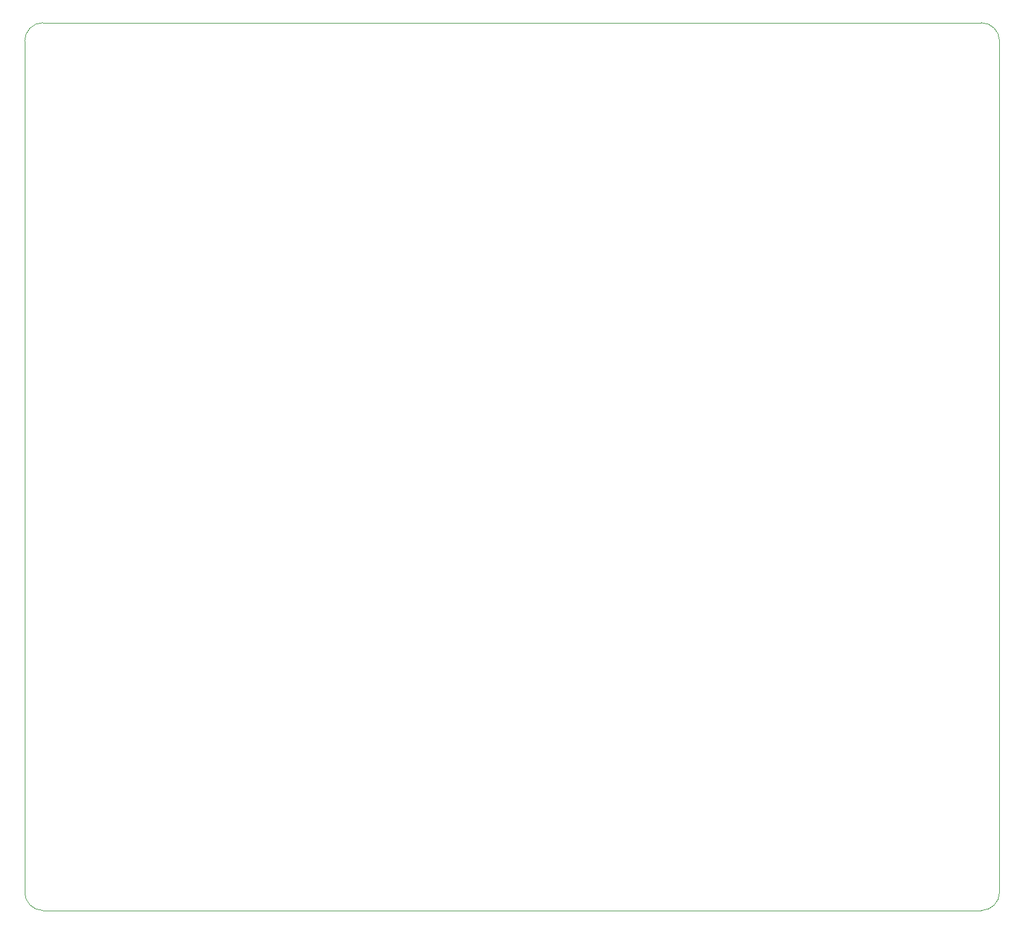
<source format=gbr>
%TF.GenerationSoftware,KiCad,Pcbnew,7.0.7*%
%TF.CreationDate,2024-02-01T01:26:26-05:00*%
%TF.ProjectId,Sentinel 65X - Prototype 3 Mini,53656e74-696e-4656-9c20-363558202d20,rev?*%
%TF.SameCoordinates,Original*%
%TF.FileFunction,Profile,NP*%
%FSLAX46Y46*%
G04 Gerber Fmt 4.6, Leading zero omitted, Abs format (unit mm)*
G04 Created by KiCad (PCBNEW 7.0.7) date 2024-02-01 01:26:26*
%MOMM*%
%LPD*%
G01*
G04 APERTURE LIST*
%TA.AperFunction,Profile*%
%ADD10C,0.100000*%
%TD*%
G04 APERTURE END LIST*
D10*
X163348589Y-81794689D02*
X294793589Y-81794689D01*
X163348589Y-81794689D02*
G75*
G03*
X160808589Y-84334689I11J-2540011D01*
G01*
X160808611Y-203714689D02*
G75*
G03*
X163348589Y-206254689I2539989J-11D01*
G01*
X297333589Y-84334689D02*
X297333589Y-203714689D01*
X297333611Y-84334689D02*
G75*
G03*
X294793589Y-81794689I-2540011J-11D01*
G01*
X294793589Y-206254689D02*
X163348589Y-206254689D01*
X294793589Y-206254689D02*
G75*
G03*
X297333589Y-203714689I11J2539989D01*
G01*
X160808589Y-203714689D02*
X160808589Y-84334689D01*
M02*

</source>
